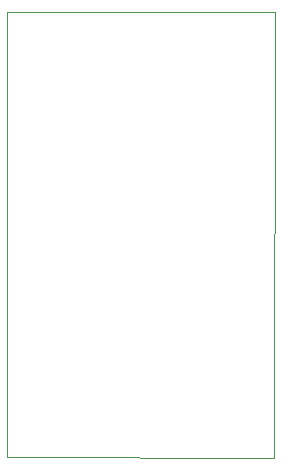
<source format=gbr>
%TF.GenerationSoftware,KiCad,Pcbnew,(5.1.9)-1*%
%TF.CreationDate,2021-12-26T22:52:53-06:00*%
%TF.ProjectId,Saturn for MISTER,53617475-726e-4206-966f-72204d495354,rev?*%
%TF.SameCoordinates,Original*%
%TF.FileFunction,Profile,NP*%
%FSLAX46Y46*%
G04 Gerber Fmt 4.6, Leading zero omitted, Abs format (unit mm)*
G04 Created by KiCad (PCBNEW (5.1.9)-1) date 2021-12-26 22:52:53*
%MOMM*%
%LPD*%
G01*
G04 APERTURE LIST*
%TA.AperFunction,Profile*%
%ADD10C,0.050000*%
%TD*%
G04 APERTURE END LIST*
D10*
X141376400Y-75864720D02*
X141376400Y-75844400D01*
X164033200Y-75829160D02*
X141376400Y-75844400D01*
X164017960Y-113573560D02*
X164033200Y-75829160D01*
X141371320Y-113558320D02*
X141376400Y-75864720D01*
X164017960Y-113573560D02*
X141371320Y-113558320D01*
M02*

</source>
